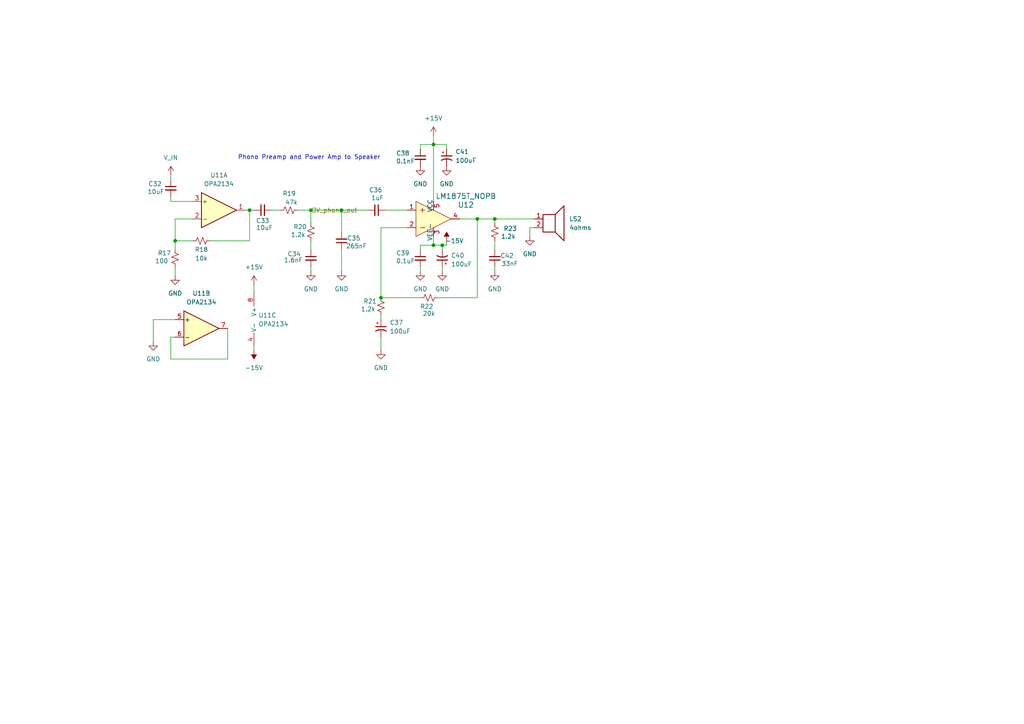
<source format=kicad_sch>
(kicad_sch (version 20231120) (generator "eeschema") (generator_version "8.0")
  (paper "A4")
  (lib_symbols
    (symbol "Amplifier_Operational:OPA2134" (pin_names (offset 0.127))
      (property "Reference" "U" (at 0 5.08 0))
      (property "Value" "OPA2134" (at 0 -5.08 0))
      (symbol "OPA2134_1_1"
        (polyline (pts (xy -5.08 5.08) (xy 5.08 0) (xy -5.08 -5.08) (xy -5.08 5.08)) (stroke (width 0.254)) (fill (type background)))
        (pin output line (at 7.62 0 180) (length 2.54) (name "~") (number "1"))
        (pin input line (at -7.62 -2.54 0) (length 2.54) (name "-") (number "2"))
        (pin input line (at -7.62 2.54 0) (length 2.54) (name "+") (number "3"))
      )
      (symbol "OPA2134_2_1"
        (polyline (pts (xy -5.08 5.08) (xy 5.08 0) (xy -5.08 -5.08) (xy -5.08 5.08)) (stroke (width 0.254)) (fill (type background)))
        (pin input line (at -7.62 2.54 0) (length 2.54) (name "+") (number "5"))
        (pin input line (at -7.62 -2.54 0) (length 2.54) (name "-") (number "6"))
        (pin output line (at 7.62 0 180) (length 2.54) (name "~") (number "7"))
      )
      (symbol "OPA2134_3_1"
        (pin power_in line (at -2.54 -7.62 90) (length 3.81) (name "V-") (number "4"))
        (pin power_in line (at -2.54 7.62 270) (length 3.81) (name "V+") (number "8"))
      )
    )
    (symbol "Device:C_Polarized_Small_US" (pin_numbers hide) (pin_names (offset 0.254) hide)
      (property "Reference" "C" (at 0.254 1.778 0))
      (property "Value" "C_Polarized_Small_US" (at 0.254 -2.032 0))
      (symbol "C_Polarized_Small_US_0_1"
        (polyline (pts (xy -1.524 0.508) (xy 1.524 0.508)) (stroke (width 0.3048)))
        (polyline (pts (xy -1.27 1.524) (xy -0.762 1.524)))
        (polyline (pts (xy -1.016 1.27) (xy -1.016 1.778)))
        (arc (start 1.524 -0.762) (mid 0 -0.3734) (end -1.524 -0.762) (stroke (width 0.3048)))
      )
      (symbol "C_Polarized_Small_US_1_1"
        (pin passive line (at 0 2.54 270) (length 2.032) (name "~") (number "1"))
        (pin passive line (at 0 -2.54 90) (length 2.032) (name "~") (number "2"))
      )
    )
    (symbol "Device:C_Small" (pin_numbers hide) (pin_names (offset 0.254) hide)
      (property "Reference" "C" (at 0.254 1.778 0))
      (property "Value" "C_Small" (at 0.254 -2.032 0))
      (symbol "C_Small_0_1"
        (polyline (pts (xy -1.524 -0.508) (xy 1.524 -0.508)) (stroke (width 0.3302)))
        (polyline (pts (xy -1.524 0.508) (xy 1.524 0.508)) (stroke (width 0.3048)))
      )
      (symbol "C_Small_1_1"
        (pin passive line (at 0 2.54 270) (length 2.032) (name "~") (number "1"))
        (pin passive line (at 0 -2.54 90) (length 2.032) (name "~") (number "2"))
      )
    )
    (symbol "Device:R_Small_US" (pin_numbers hide) (pin_names (offset 0.254) hide)
      (property "Reference" "R" (at 0.762 0.508 0))
      (property "Value" "R_Small_US" (at 0.762 -1.016 0))
      (symbol "R_Small_US_1_1"
        (polyline (pts (xy 0 0) (xy 1.016 -0.381) (xy 0 -0.762) (xy -1.016 -1.143) (xy 0 -1.524)))
        (polyline (pts (xy 0 1.524) (xy 1.016 1.143) (xy 0 0.762) (xy -1.016 0.381) (xy 0 0)))
        (pin passive line (at 0 2.54 270) (length 1.016) (name "~") (number "1"))
        (pin passive line (at 0 -2.54 90) (length 1.016) (name "~") (number "2"))
      )
    )
    (symbol "Device:Speaker" (pin_names (offset 0) hide)
      (property "Reference" "LS" (at 1.27 5.715 0))
      (property "Value" "Speaker" (at 1.27 3.81 0))
      (symbol "Speaker_0_0"
        (rectangle (start -2.54 1.27) (end 1.016 -3.81) (stroke (width 0.254)))
        (polyline (pts (xy 1.016 1.27) (xy 3.556 3.81) (xy 3.556 -6.35) (xy 1.016 -3.81)) (stroke (width 0.254)))
      )
      (symbol "Speaker_1_1"
        (pin input line (at -5.08 0 0) (length 2.54) (name "1") (number "1"))
        (pin input line (at -5.08 -2.54 0) (length 2.54) (name "2") (number "2"))
      )
    )
    (symbol "dk_Linear-Amplifiers-Audio:LM1875T_NOPB" (pin_names (offset 0))
      (property "Reference" "U" (at -5.08 6.35 0))
      (property "Value" "LM1875T_NOPB" (at 2.54 -5.08 0))
      (symbol "LM1875T_NOPB_0_1"
        (polyline (pts (xy -3.81 -2.54) (xy -2.54 -2.54)))
        (polyline (pts (xy -3.81 2.54) (xy -2.54 2.54)))
        (polyline (pts (xy -3.175 -1.905) (xy -3.175 -3.175)))
        (polyline (pts (xy 5.08 0) (xy -5.08 5.08) (xy -5.08 -5.08) (xy 5.08 0)) (fill (type background)))
      )
      (symbol "LM1875T_NOPB_1_1"
        (pin input line (at -7.62 -2.54 0) (length 2.54) (name "~") (number "1"))
        (pin input line (at -7.62 2.54 0) (length 2.54) (name "~") (number "2"))
        (pin power_in line (at 0 5.08 270) (length 2.54) (name "VEE-") (number "3"))
        (pin output line (at 7.62 0 180) (length 2.54) (name "~") (number "4"))
        (pin power_in line (at 0 -5.08 90) (length 2.54) (name "VCC") (number "5"))
      )
    )
    (symbol "power:+15V" (power) (pin_numbers hide) (pin_names (offset 0) hide)
      (property "Value" "+15V" (at 0 3.556 0))
      (symbol "+15V_0_1"
        (polyline (pts (xy -0.762 1.27) (xy 0 2.54)))
        (polyline (pts (xy 0 0) (xy 0 2.54)))
        (polyline (pts (xy 0 2.54) (xy 0.762 1.27)))
      )
      (symbol "+15V_1_1"
        (pin power_in line (at 0 0 90) (length 0) (name "~") (number "1"))
      )
    )
    (symbol "power:-15V" (power) (pin_numbers hide) (pin_names (offset 0) hide)
      (property "Value" "-15V" (at 0 3.556 0))
      (symbol "-15V_0_0"
        (pin power_in line (at 0 0 90) (length 0) (name "~") (number "1"))
      )
      (symbol "-15V_0_1"
        (polyline (pts (xy 0 0) (xy 0 1.27) (xy 0.762 1.27) (xy 0 2.54) (xy -0.762 1.27) (xy 0 1.27)) (fill (type outline)))
      )
    )
    (symbol "power:GND" (power) (pin_numbers hide) (pin_names (offset 0) hide)
      (property "Value" "GND" (at 0 -3.81 0))
      (symbol "GND_0_1"
        (polyline (pts (xy 0 0) (xy 0 -1.27) (xy 1.27 -1.27) (xy 0 -2.54) (xy -1.27 -1.27) (xy 0 -1.27)))
      )
      (symbol "GND_1_1"
        (pin power_in line (at 0 0 270) (length 0) (name "~") (number "1"))
      )
    )
    (symbol "power:VD" (power) (pin_numbers hide) (pin_names (offset 0) hide)
      (property "Value" "VD" (at 0 3.556 0))
      (symbol "VD_0_1"
        (polyline (pts (xy -0.762 1.27) (xy 0 2.54)))
        (polyline (pts (xy 0 0) (xy 0 2.54)))
        (polyline (pts (xy 0 2.54) (xy 0.762 1.27)))
      )
      (symbol "VD_1_1"
        (pin power_in line (at 0 0 90) (length 0) (name "~") (number "1"))
      )
    )
  )
  (junction (at 125.73 41.91))
  (junction (at 99.06 60.96))
  (junction (at 90.17 60.96))
  (junction (at 72.39 60.96))
  (junction (at 125.73 71.12))
  (junction (at 143.51 63.5))
  (junction (at 110.49 86.36))
  (junction (at 128.27 71.12))
  (junction (at 50.8 69.85))
  (junction (at 138.43 63.5))
  (wire (pts (xy 72.39 69.85) (xy 72.39 60.96)))
  (wire (pts (xy 99.06 60.96) (xy 106.68 60.96)))
  (wire (pts (xy 125.73 68.58) (xy 125.73 71.12)))
  (wire (pts (xy 127 86.36) (xy 138.43 86.36)))
  (wire (pts (xy 78.74 60.96) (xy 81.28 60.96)))
  (wire (pts (xy 110.49 97.79) (xy 110.49 101.6)))
  (wire (pts (xy 125.73 71.12) (xy 128.27 71.12)))
  (wire (pts (xy 60.96 69.85) (xy 72.39 69.85)))
  (wire (pts (xy 125.73 41.91) (xy 129.54 41.91)))
  (wire (pts (xy 110.49 86.36) (xy 121.92 86.36)))
  (wire (pts (xy 125.73 41.91) (xy 125.73 58.42)))
  (wire (pts (xy 90.17 69.85) (xy 90.17 72.39)))
  (wire (pts (xy 50.8 97.79) (xy 49.53 97.79)))
  (wire (pts (xy 125.73 41.91) (xy 121.92 41.91)))
  (wire (pts (xy 49.53 57.15) (xy 49.53 58.42)))
  (wire (pts (xy 55.88 63.5) (xy 50.8 63.5)))
  (wire (pts (xy 49.53 50.8) (xy 49.53 52.07)))
  (wire (pts (xy 143.51 77.47) (xy 143.51 78.74)))
  (wire (pts (xy 50.8 69.85) (xy 50.8 72.39)))
  (wire (pts (xy 49.53 104.14) (xy 66.04 104.14)))
  (wire (pts (xy 49.53 97.79) (xy 49.53 104.14)))
  (wire (pts (xy 121.92 41.91) (xy 121.92 43.18)))
  (wire (pts (xy 50.8 63.5) (xy 50.8 69.85)))
  (wire (pts (xy 90.17 77.47) (xy 90.17 78.74)))
  (wire (pts (xy 121.92 77.47) (xy 121.92 78.74)))
  (wire (pts (xy 111.76 60.96) (xy 118.11 60.96)))
  (wire (pts (xy 90.17 60.96) (xy 90.17 64.77)))
  (wire (pts (xy 110.49 91.44) (xy 110.49 92.71)))
  (wire (pts (xy 129.54 71.12) (xy 129.54 69.85)))
  (wire (pts (xy 44.45 92.71) (xy 44.45 99.06)))
  (wire (pts (xy 128.27 77.47) (xy 128.27 78.74)))
  (wire (pts (xy 118.11 66.04) (xy 110.49 66.04)))
  (wire (pts (xy 154.94 66.04) (xy 153.67 66.04)))
  (wire (pts (xy 99.06 60.96) (xy 99.06 67.31)))
  (wire (pts (xy 73.66 82.55) (xy 73.66 85.09)))
  (wire (pts (xy 125.73 71.12) (xy 121.92 71.12)))
  (wire (pts (xy 50.8 92.71) (xy 44.45 92.71)))
  (wire (pts (xy 143.51 63.5) (xy 143.51 64.77)))
  (wire (pts (xy 128.27 71.12) (xy 128.27 72.39)))
  (wire (pts (xy 125.73 39.37) (xy 125.73 41.91)))
  (wire (pts (xy 49.53 58.42) (xy 55.88 58.42)))
  (wire (pts (xy 138.43 86.36) (xy 138.43 63.5)))
  (wire (pts (xy 138.43 63.5) (xy 133.35 63.5)))
  (wire (pts (xy 50.8 77.47) (xy 50.8 80.01)))
  (wire (pts (xy 138.43 63.5) (xy 143.51 63.5)))
  (wire (pts (xy 153.67 66.04) (xy 153.67 68.58)))
  (wire (pts (xy 66.04 104.14) (xy 66.04 95.25)))
  (wire (pts (xy 72.39 60.96) (xy 73.66 60.96)))
  (wire (pts (xy 143.51 69.85) (xy 143.51 72.39)))
  (wire (pts (xy 110.49 66.04) (xy 110.49 86.36)))
  (wire (pts (xy 71.12 60.96) (xy 72.39 60.96)))
  (wire (pts (xy 90.17 60.96) (xy 99.06 60.96)))
  (wire (pts (xy 129.54 41.91) (xy 129.54 43.18)))
  (wire (pts (xy 128.27 71.12) (xy 129.54 71.12)))
  (wire (pts (xy 73.66 100.33) (xy 73.66 101.6)))
  (wire (pts (xy 86.36 60.96) (xy 90.17 60.96)))
  (wire (pts (xy 99.06 72.39) (xy 99.06 78.74)))
  (wire (pts (xy 50.8 69.85) (xy 55.88 69.85)))
  (wire (pts (xy 143.51 63.5) (xy 154.94 63.5)))
  (wire (pts (xy 121.92 71.12) (xy 121.92 72.39)))
  (text "Phono Preamp and Power Amp to Speaker\n" (exclude_from_sim yes) (at 89.662 45.72 0) (effects (font (size 1.27 1.27))))
  (hierarchical_label "V_phono_out" (shape input) (at 90.17 60.96 0))
  (symbol (lib_id "Device:C_Polarized_Small_US") (at 128.27 74.93 180) (unit 1)
    (property "Reference" "C40" (at 130.81 74.0917 0) (effects (justify right)))
    (property "Value" "100uF" (at 130.81 76.6317 0) (effects (justify right)))
    (property "Description" "Polarized capacitor, small US symbol" (effects (hide yes)))
  )
  (symbol (lib_id "power:GND") (at 128.27 78.74 0) (unit 1)
    (property "Reference" "#PWR056" (effects (hide yes)))
    (property "Value" "GND" (at 128.27 83.82 0))
    (property "Description" "Power symbol creates a global label with name \"GND\" , ground" (effects (hide yes)))
  )
  (symbol (lib_id "Device:R_Small_US") (at 124.46 86.36 90) (unit 1)
    (property "Reference" "R22" (at 125.73 88.9 90) (effects (justify left)))
    (property "Value" "20k" (at 126.238 90.932 90) (effects (justify left)))
    (property "Description" "Resistor, small US symbol" (effects (hide yes)))
  )
  (symbol (lib_id "Device:R_Small_US") (at 83.82 60.96 90) (unit 1)
    (property "Reference" "R19" (at 85.852 56.134 90) (effects (justify left)))
    (property "Value" "47k" (at 86.36 58.674 90) (effects (justify left)))
    (property "Description" "Resistor, small US symbol" (effects (hide yes)))
  )
  (symbol (lib_id "Device:C_Small") (at 109.22 60.96 270) (unit 1)
    (property "Reference" "C36" (at 108.966 55.118 90))
    (property "Value" "1uF" (at 109.474 57.404 90))
    (property "Description" "Unpolarized capacitor, small symbol" (effects (hide yes)))
  )
  (symbol (lib_id "power:GND") (at 99.06 78.74 0) (unit 1)
    (property "Reference" "#PWR051" (effects (hide yes)))
    (property "Value" "GND" (at 99.06 83.82 0))
    (property "Description" "Power symbol creates a global label with name \"GND\" , ground" (effects (hide yes)))
  )
  (symbol (lib_id "power:+15V") (at 73.66 82.55 0) (unit 1)
    (property "Reference" "#PWR048" (effects (hide yes)))
    (property "Value" "+15V" (at 73.66 77.47 0))
    (property "Description" "Power symbol creates a global label with name \"+15V\"" (effects (hide yes)))
  )
  (symbol (lib_id "power:GND") (at 153.67 68.58 0) (unit 1)
    (property "Reference" "#PWR060" (effects (hide yes)))
    (property "Value" "GND" (at 153.67 73.66 0))
    (property "Description" "Power symbol creates a global label with name \"GND\" , ground" (effects (hide yes)))
  )
  (symbol (lib_id "Amplifier_Operational:OPA2134") (at 76.2 92.71 0) (unit 3)
    (property "Reference" "U11" (at 74.93 91.4399 0) (effects (justify left)))
    (property "Value" "OPA2134" (at 74.93 93.9799 0) (effects (justify left)))
    (property "Datasheet" "http://www.ti.com/lit/ds/symlink/opa134.pdf" (effects (hide yes)))
    (property "Description" "Dual SoundPlus High Performance Audio Operational Amplifiers, DIP-8/SOIC-8" (effects (hide yes)))
  )
  (symbol (lib_id "Device:C_Small") (at 76.2 60.96 90) (unit 1)
    (property "Reference" "C33" (at 76.2 64.008 90))
    (property "Value" "10uF" (at 76.708 66.04 90))
    (property "Description" "Unpolarized capacitor, small symbol" (effects (hide yes)))
  )
  (symbol (lib_id "Amplifier_Operational:OPA2134") (at 63.5 60.96 0) (unit 1)
    (property "Reference" "U11" (at 63.5 50.8 0))
    (property "Value" "OPA2134" (at 63.5 53.34 0))
    (property "Datasheet" "http://www.ti.com/lit/ds/symlink/opa134.pdf" (effects (hide yes)))
    (property "Description" "Dual SoundPlus High Performance Audio Operational Amplifiers, DIP-8/SOIC-8" (effects (hide yes)))
  )
  (symbol (lib_id "dk_Linear-Amplifiers-Audio:LM1875T_NOPB") (at 125.73 63.5 0) (mirror x) (unit 1)
    (property "Reference" "U12" (at 135.128 59.436 0) (effects (font (size 1.524 1.524))))
    (property "Value" "LM1875T_NOPB" (at 135.128 56.896 0) (effects (font (size 1.524 1.524))))
    (property "Footprint" "digikey-footprints:TO-220-5" (effects (hide yes)))
    (property "Datasheet" "http://www.ti.com/general/docs/suppproductinfo.tsp?distId=10&gotoUrl=http%3A%2F%2Fwww.ti.com%2Flit%2Fgpn%2Flm1875" (effects (hide yes)))
    (property "Description" "IC AMP AUDIO PWR 30W AB TO220-5" (effects (hide yes)))
    (property "Digi-Key_PN" "LM1875T/NOPB-ND" (effects (hide yes)))
    (property "MPN" "LM1875T/NOPB" (effects (hide yes)))
    (property "Category" "Integrated Circuits (ICs)" (effects (hide yes)))
    (property "Family" "Linear - Amplifiers - Audio" (effects (hide yes)))
    (property "DK_Datasheet_Link" "http://www.ti.com/general/docs/suppproductinfo.tsp?distId=10&gotoUrl=http%3A%2F%2Fwww.ti.com%2Flit%2Fgpn%2Flm1875" (effects (hide yes)))
    (property "DK_Detail_Page" "/product-detail/en/texas-instruments/LM1875T-NOPB/LM1875T-NOPB-ND/1669" (effects (hide yes)))
    (property "Description_1" "IC AMP AUDIO PWR 30W AB TO220-5" (effects (hide yes)))
    (property "Manufacturer" "Texas Instruments" (effects (hide yes)))
    (property "Status" "Active" (effects (hide yes)))
  )
  (symbol (lib_id "Device:C_Polarized_Small_US") (at 129.54 45.72 0) (unit 1)
    (property "Reference" "C41" (at 132.08 44.0181 0) (effects (justify left)))
    (property "Value" "100uF" (at 132.08 46.5581 0) (effects (justify left)))
    (property "Description" "Polarized capacitor, small US symbol" (effects (hide yes)))
  )
  (symbol (lib_id "Amplifier_Operational:OPA2134") (at 58.42 95.25 0) (unit 2)
    (property "Reference" "U11" (at 58.42 85.09 0))
    (property "Value" "OPA2134" (at 58.42 87.63 0))
    (property "Datasheet" "http://www.ti.com/lit/ds/symlink/opa134.pdf" (effects (hide yes)))
    (property "Description" "Dual SoundPlus High Performance Audio Operational Amplifiers, DIP-8/SOIC-8" (effects (hide yes)))
  )
  (symbol (lib_id "power:-15V") (at 73.66 101.6 180) (unit 1)
    (property "Reference" "#PWR049" (effects (hide yes)))
    (property "Value" "-15V" (at 73.66 106.68 0))
    (property "Description" "Power symbol creates a global label with name \"-15V\"" (effects (hide yes)))
  )
  (symbol (lib_id "Device:R_Small_US") (at 110.49 88.9 0) (unit 1)
    (property "Reference" "R21" (at 105.41 87.376 0) (effects (justify left)))
    (property "Value" "1.2k" (at 104.648 89.662 0) (effects (justify left)))
    (property "Description" "Resistor, small US symbol" (effects (hide yes)))
  )
  (symbol (lib_id "Device:R_Small_US") (at 143.51 67.31 0) (unit 1)
    (property "Reference" "R23" (at 146.05 66.294 0) (effects (justify left)))
    (property "Value" "1.2k" (at 145.288 68.58 0) (effects (justify left)))
    (property "Description" "Resistor, small US symbol" (effects (hide yes)))
  )
  (symbol (lib_id "power:GND") (at 50.8 80.01 0) (unit 1)
    (property "Reference" "#PWR047" (effects (hide yes)))
    (property "Value" "GND" (at 50.8 85.09 0))
    (property "Description" "Power symbol creates a global label with name \"GND\" , ground" (effects (hide yes)))
  )
  (symbol (lib_id "Device:Speaker") (at 160.02 63.5 0) (unit 1)
    (property "Reference" "LS2" (at 165.1 63.4999 0) (effects (justify left)))
    (property "Value" "4ohms" (at 165.1 66.0399 0) (effects (justify left)))
    (property "Description" "Speaker" (effects (hide yes)))
  )
  (symbol (lib_id "Device:R_Small_US") (at 90.17 67.31 0) (unit 1)
    (property "Reference" "R20" (at 85.09 65.786 0) (effects (justify left)))
    (property "Value" "1.2k" (at 84.328 68.072 0) (effects (justify left)))
    (property "Description" "Resistor, small US symbol" (effects (hide yes)))
  )
  (symbol (lib_id "Device:C_Small") (at 121.92 45.72 0) (unit 1)
    (property "Reference" "C38" (at 116.84 44.45 0))
    (property "Value" "0.1nF" (at 117.602 46.736 0))
    (property "Description" "Unpolarized capacitor, small symbol" (effects (hide yes)))
  )
  (symbol (lib_id "power:GND") (at 44.45 99.06 0) (unit 1)
    (property "Reference" "#PWR045" (effects (hide yes)))
    (property "Value" "GND" (at 44.45 104.14 0))
    (property "Description" "Power symbol creates a global label with name \"GND\" , ground" (effects (hide yes)))
  )
  (symbol (lib_id "power:GND") (at 121.92 48.26 0) (unit 1)
    (property "Reference" "#PWR053" (effects (hide yes)))
    (property "Value" "GND" (at 121.92 53.34 0))
    (property "Description" "Power symbol creates a global label with name \"GND\" , ground" (effects (hide yes)))
  )
  (symbol (lib_id "Device:C_Small") (at 121.92 74.93 0) (unit 1)
    (property "Reference" "C39" (at 116.84 73.406 0))
    (property "Value" "0.1uF" (at 117.602 75.692 0))
    (property "Description" "Unpolarized capacitor, small symbol" (effects (hide yes)))
  )
  (symbol (lib_id "Device:C_Small") (at 143.51 74.93 180) (unit 1)
    (property "Reference" "C42" (at 147.066 74.168 0))
    (property "Value" "33nF" (at 147.828 76.454 0))
    (property "Description" "Unpolarized capacitor, small symbol" (effects (hide yes)))
  )
  (symbol (lib_id "Device:R_Small_US") (at 50.8 74.93 0) (unit 1)
    (property "Reference" "R17" (at 45.72 73.406 0) (effects (justify left)))
    (property "Value" "100" (at 44.958 75.692 0) (effects (justify left)))
    (property "Description" "Resistor, small US symbol" (effects (hide yes)))
  )
  (symbol (lib_id "power:GND") (at 90.17 78.74 0) (unit 1)
    (property "Reference" "#PWR050" (effects (hide yes)))
    (property "Value" "GND" (at 90.17 83.82 0))
    (property "Description" "Power symbol creates a global label with name \"GND\" , ground" (effects (hide yes)))
  )
  (symbol (lib_id "Device:C_Small") (at 90.17 74.93 0) (unit 1)
    (property "Reference" "C34" (at 85.344 73.66 0))
    (property "Value" "1.6nF" (at 85.09 75.438 0))
    (property "Description" "Unpolarized capacitor, small symbol" (effects (hide yes)))
  )
  (symbol (lib_id "Device:R_Small_US") (at 58.42 69.85 90) (unit 1)
    (property "Reference" "R18" (at 58.42 72.39 90))
    (property "Value" "10k" (at 58.42 74.93 90))
    (property "Description" "Resistor, small US symbol" (effects (hide yes)))
  )
  (symbol (lib_id "power:GND") (at 110.49 101.6 0) (unit 1)
    (property "Reference" "#PWR052" (effects (hide yes)))
    (property "Value" "GND" (at 110.49 106.68 0))
    (property "Description" "Power symbol creates a global label with name \"GND\" , ground" (effects (hide yes)))
  )
  (symbol (lib_id "power:-15V") (at 129.54 69.85 0) (unit 1)
    (property "Reference" "#PWR058" (effects (hide yes)))
    (property "Value" "-15V" (at 131.826 69.85 0))
    (property "Description" "Power symbol creates a global label with name \"-15V\"" (effects (hide yes)))
  )
  (symbol (lib_id "power:GND") (at 121.92 78.74 0) (unit 1)
    (property "Reference" "#PWR054" (effects (hide yes)))
    (property "Value" "GND" (at 121.92 83.82 0))
    (property "Description" "Power symbol creates a global label with name \"GND\" , ground" (effects (hide yes)))
  )
  (symbol (lib_id "Device:C_Small") (at 49.53 54.61 0) (unit 1)
    (property "Reference" "C32" (at 44.958 53.34 0))
    (property "Value" "10uF" (at 45.212 55.626 0))
    (property "Description" "Unpolarized capacitor, small symbol" (effects (hide yes)))
  )
  (symbol (lib_id "power:+15V") (at 125.73 39.37 0) (unit 1)
    (property "Reference" "#PWR055" (effects (hide yes)))
    (property "Value" "+15V" (at 125.73 34.29 0))
    (property "Description" "Power symbol creates a global label with name \"+15V\"" (effects (hide yes)))
  )
  (symbol (lib_id "power:GND") (at 143.51 78.74 0) (unit 1)
    (property "Reference" "#PWR059" (effects (hide yes)))
    (property "Value" "GND" (at 143.51 83.82 0))
    (property "Description" "Power symbol creates a global label with name \"GND\" , ground" (effects (hide yes)))
  )
  (symbol (lib_id "power:GND") (at 129.54 48.26 0) (unit 1)
    (property "Reference" "#PWR057" (effects (hide yes)))
    (property "Value" "GND" (at 129.54 53.34 0))
    (property "Description" "Power symbol creates a global label with name \"GND\" , ground" (effects (hide yes)))
  )
  (symbol (lib_id "Device:C_Small") (at 99.06 69.85 180) (unit 1)
    (property "Reference" "C35" (at 102.616 69.088 0))
    (property "Value" "265nF" (at 103.378 71.374 0))
    (property "Description" "Unpolarized capacitor, small symbol" (effects (hide yes)))
  )
  (symbol (lib_id "power:VD") (at 49.53 50.8 0) (unit 1)
    (property "Reference" "#PWR046" (effects (hide yes)))
    (property "Value" "V_IN" (at 49.53 45.72 0))
    (property "Description" "Power symbol creates a global label with name \"VD\"" (effects (hide yes)))
  )
  (symbol (lib_id "Device:C_Polarized_Small_US") (at 110.49 95.25 0) (unit 1)
    (property "Reference" "C37" (at 113.03 93.5481 0) (effects (justify left)))
    (property "Value" "100uF" (at 113.03 96.0881 0) (effects (justify left)))
    (property "Description" "Polarized capacitor, small US symbol" (effects (hide yes)))
  )
)
</source>
